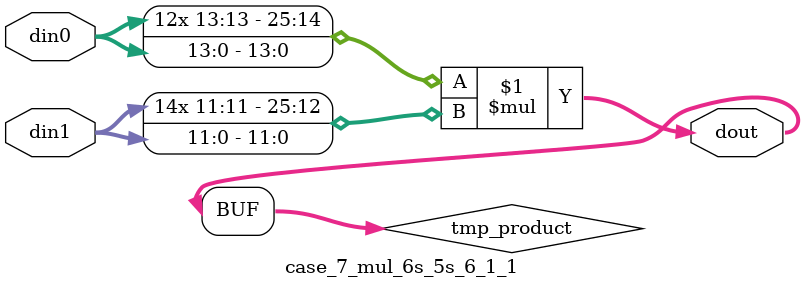
<source format=v>

`timescale 1 ns / 1 ps

 module case_7_mul_6s_5s_6_1_1(din0, din1, dout);
parameter ID = 1;
parameter NUM_STAGE = 0;
parameter din0_WIDTH = 14;
parameter din1_WIDTH = 12;
parameter dout_WIDTH = 26;

input [din0_WIDTH - 1 : 0] din0; 
input [din1_WIDTH - 1 : 0] din1; 
output [dout_WIDTH - 1 : 0] dout;

wire signed [dout_WIDTH - 1 : 0] tmp_product;



























assign tmp_product = $signed(din0) * $signed(din1);








assign dout = tmp_product;





















endmodule

</source>
